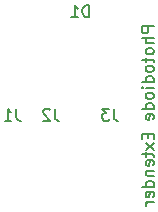
<source format=gbr>
G04 #@! TF.FileFunction,Legend,Bot*
%FSLAX46Y46*%
G04 Gerber Fmt 4.6, Leading zero omitted, Abs format (unit mm)*
G04 Created by KiCad (PCBNEW 4.0.6-e0-6349~52~ubuntu17.04.1) date Sun Jul  9 19:34:07 2017*
%MOMM*%
%LPD*%
G01*
G04 APERTURE LIST*
%ADD10C,0.100000*%
%ADD11C,0.200000*%
%ADD12C,0.150000*%
G04 APERTURE END LIST*
D10*
D11*
X133702381Y-82476189D02*
X132702381Y-82476189D01*
X132702381Y-82857142D01*
X132750000Y-82952380D01*
X132797619Y-82999999D01*
X132892857Y-83047618D01*
X133035714Y-83047618D01*
X133130952Y-82999999D01*
X133178571Y-82952380D01*
X133226190Y-82857142D01*
X133226190Y-82476189D01*
X133702381Y-83476189D02*
X132702381Y-83476189D01*
X133702381Y-83904761D02*
X133178571Y-83904761D01*
X133083333Y-83857142D01*
X133035714Y-83761904D01*
X133035714Y-83619046D01*
X133083333Y-83523808D01*
X133130952Y-83476189D01*
X133702381Y-84523808D02*
X133654762Y-84428570D01*
X133607143Y-84380951D01*
X133511905Y-84333332D01*
X133226190Y-84333332D01*
X133130952Y-84380951D01*
X133083333Y-84428570D01*
X133035714Y-84523808D01*
X133035714Y-84666666D01*
X133083333Y-84761904D01*
X133130952Y-84809523D01*
X133226190Y-84857142D01*
X133511905Y-84857142D01*
X133607143Y-84809523D01*
X133654762Y-84761904D01*
X133702381Y-84666666D01*
X133702381Y-84523808D01*
X133035714Y-85142856D02*
X133035714Y-85523808D01*
X132702381Y-85285713D02*
X133559524Y-85285713D01*
X133654762Y-85333332D01*
X133702381Y-85428570D01*
X133702381Y-85523808D01*
X133702381Y-85999999D02*
X133654762Y-85904761D01*
X133607143Y-85857142D01*
X133511905Y-85809523D01*
X133226190Y-85809523D01*
X133130952Y-85857142D01*
X133083333Y-85904761D01*
X133035714Y-85999999D01*
X133035714Y-86142857D01*
X133083333Y-86238095D01*
X133130952Y-86285714D01*
X133226190Y-86333333D01*
X133511905Y-86333333D01*
X133607143Y-86285714D01*
X133654762Y-86238095D01*
X133702381Y-86142857D01*
X133702381Y-85999999D01*
X133702381Y-87190476D02*
X132702381Y-87190476D01*
X133654762Y-87190476D02*
X133702381Y-87095238D01*
X133702381Y-86904761D01*
X133654762Y-86809523D01*
X133607143Y-86761904D01*
X133511905Y-86714285D01*
X133226190Y-86714285D01*
X133130952Y-86761904D01*
X133083333Y-86809523D01*
X133035714Y-86904761D01*
X133035714Y-87095238D01*
X133083333Y-87190476D01*
X133702381Y-87666666D02*
X133035714Y-87666666D01*
X132702381Y-87666666D02*
X132750000Y-87619047D01*
X132797619Y-87666666D01*
X132750000Y-87714285D01*
X132702381Y-87666666D01*
X132797619Y-87666666D01*
X133702381Y-88285713D02*
X133654762Y-88190475D01*
X133607143Y-88142856D01*
X133511905Y-88095237D01*
X133226190Y-88095237D01*
X133130952Y-88142856D01*
X133083333Y-88190475D01*
X133035714Y-88285713D01*
X133035714Y-88428571D01*
X133083333Y-88523809D01*
X133130952Y-88571428D01*
X133226190Y-88619047D01*
X133511905Y-88619047D01*
X133607143Y-88571428D01*
X133654762Y-88523809D01*
X133702381Y-88428571D01*
X133702381Y-88285713D01*
X133702381Y-89476190D02*
X132702381Y-89476190D01*
X133654762Y-89476190D02*
X133702381Y-89380952D01*
X133702381Y-89190475D01*
X133654762Y-89095237D01*
X133607143Y-89047618D01*
X133511905Y-88999999D01*
X133226190Y-88999999D01*
X133130952Y-89047618D01*
X133083333Y-89095237D01*
X133035714Y-89190475D01*
X133035714Y-89380952D01*
X133083333Y-89476190D01*
X133654762Y-90333333D02*
X133702381Y-90238095D01*
X133702381Y-90047618D01*
X133654762Y-89952380D01*
X133559524Y-89904761D01*
X133178571Y-89904761D01*
X133083333Y-89952380D01*
X133035714Y-90047618D01*
X133035714Y-90238095D01*
X133083333Y-90333333D01*
X133178571Y-90380952D01*
X133273810Y-90380952D01*
X133369048Y-89904761D01*
X133178571Y-91571428D02*
X133178571Y-91904762D01*
X133702381Y-92047619D02*
X133702381Y-91571428D01*
X132702381Y-91571428D01*
X132702381Y-92047619D01*
X133702381Y-92380952D02*
X133035714Y-92904762D01*
X133035714Y-92380952D02*
X133702381Y-92904762D01*
X133035714Y-93142857D02*
X133035714Y-93523809D01*
X132702381Y-93285714D02*
X133559524Y-93285714D01*
X133654762Y-93333333D01*
X133702381Y-93428571D01*
X133702381Y-93523809D01*
X133654762Y-94238096D02*
X133702381Y-94142858D01*
X133702381Y-93952381D01*
X133654762Y-93857143D01*
X133559524Y-93809524D01*
X133178571Y-93809524D01*
X133083333Y-93857143D01*
X133035714Y-93952381D01*
X133035714Y-94142858D01*
X133083333Y-94238096D01*
X133178571Y-94285715D01*
X133273810Y-94285715D01*
X133369048Y-93809524D01*
X133035714Y-94714286D02*
X133702381Y-94714286D01*
X133130952Y-94714286D02*
X133083333Y-94761905D01*
X133035714Y-94857143D01*
X133035714Y-95000001D01*
X133083333Y-95095239D01*
X133178571Y-95142858D01*
X133702381Y-95142858D01*
X133702381Y-96047620D02*
X132702381Y-96047620D01*
X133654762Y-96047620D02*
X133702381Y-95952382D01*
X133702381Y-95761905D01*
X133654762Y-95666667D01*
X133607143Y-95619048D01*
X133511905Y-95571429D01*
X133226190Y-95571429D01*
X133130952Y-95619048D01*
X133083333Y-95666667D01*
X133035714Y-95761905D01*
X133035714Y-95952382D01*
X133083333Y-96047620D01*
X133654762Y-96904763D02*
X133702381Y-96809525D01*
X133702381Y-96619048D01*
X133654762Y-96523810D01*
X133559524Y-96476191D01*
X133178571Y-96476191D01*
X133083333Y-96523810D01*
X133035714Y-96619048D01*
X133035714Y-96809525D01*
X133083333Y-96904763D01*
X133178571Y-96952382D01*
X133273810Y-96952382D01*
X133369048Y-96476191D01*
X133702381Y-97380953D02*
X133035714Y-97380953D01*
X133226190Y-97380953D02*
X133130952Y-97428572D01*
X133083333Y-97476191D01*
X133035714Y-97571429D01*
X133035714Y-97666668D01*
D12*
X130333333Y-89452381D02*
X130333333Y-90166667D01*
X130380953Y-90309524D01*
X130476191Y-90404762D01*
X130619048Y-90452381D01*
X130714286Y-90452381D01*
X129952381Y-89452381D02*
X129333333Y-89452381D01*
X129666667Y-89833333D01*
X129523809Y-89833333D01*
X129428571Y-89880952D01*
X129380952Y-89928571D01*
X129333333Y-90023810D01*
X129333333Y-90261905D01*
X129380952Y-90357143D01*
X129428571Y-90404762D01*
X129523809Y-90452381D01*
X129809524Y-90452381D01*
X129904762Y-90404762D01*
X129952381Y-90357143D01*
X128238095Y-81702381D02*
X128238095Y-80702381D01*
X128000000Y-80702381D01*
X127857142Y-80750000D01*
X127761904Y-80845238D01*
X127714285Y-80940476D01*
X127666666Y-81130952D01*
X127666666Y-81273810D01*
X127714285Y-81464286D01*
X127761904Y-81559524D01*
X127857142Y-81654762D01*
X128000000Y-81702381D01*
X128238095Y-81702381D01*
X126714285Y-81702381D02*
X127285714Y-81702381D01*
X127000000Y-81702381D02*
X127000000Y-80702381D01*
X127095238Y-80845238D01*
X127190476Y-80940476D01*
X127285714Y-80988095D01*
X122083333Y-89452381D02*
X122083333Y-90166667D01*
X122130953Y-90309524D01*
X122226191Y-90404762D01*
X122369048Y-90452381D01*
X122464286Y-90452381D01*
X121083333Y-90452381D02*
X121654762Y-90452381D01*
X121369048Y-90452381D02*
X121369048Y-89452381D01*
X121464286Y-89595238D01*
X121559524Y-89690476D01*
X121654762Y-89738095D01*
X125333333Y-89452381D02*
X125333333Y-90166667D01*
X125380953Y-90309524D01*
X125476191Y-90404762D01*
X125619048Y-90452381D01*
X125714286Y-90452381D01*
X124904762Y-89547619D02*
X124857143Y-89500000D01*
X124761905Y-89452381D01*
X124523809Y-89452381D01*
X124428571Y-89500000D01*
X124380952Y-89547619D01*
X124333333Y-89642857D01*
X124333333Y-89738095D01*
X124380952Y-89880952D01*
X124952381Y-90452381D01*
X124333333Y-90452381D01*
M02*

</source>
